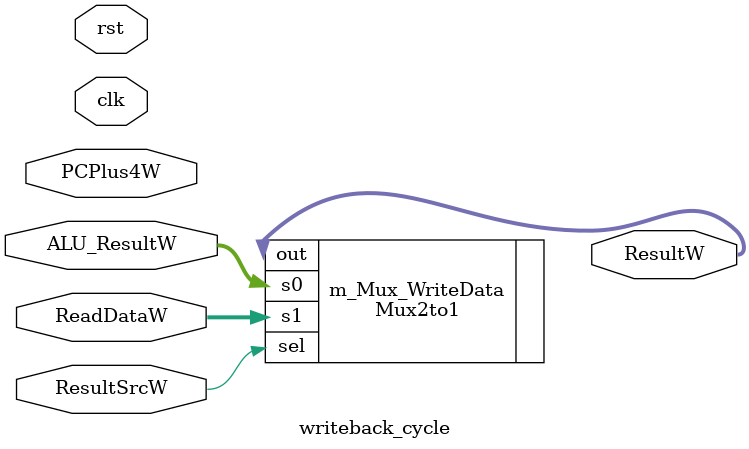
<source format=v>
module writeback_cycle(clk, rst, ResultSrcW, PCPlus4W, ALU_ResultW, ReadDataW, ResultW);

// Declaration of IOs
input clk, rst, ResultSrcW;
input [31:0] PCPlus4W, ALU_ResultW, ReadDataW;

output [31:0] ResultW;

// Declaration of Module
Mux2to1 #(.size(32)) m_Mux_WriteData(
    .sel(ResultSrcW),
    .s0(ALU_ResultW),
    .s1(ReadDataW),
    .out(ResultW)
);
endmodule
</source>
